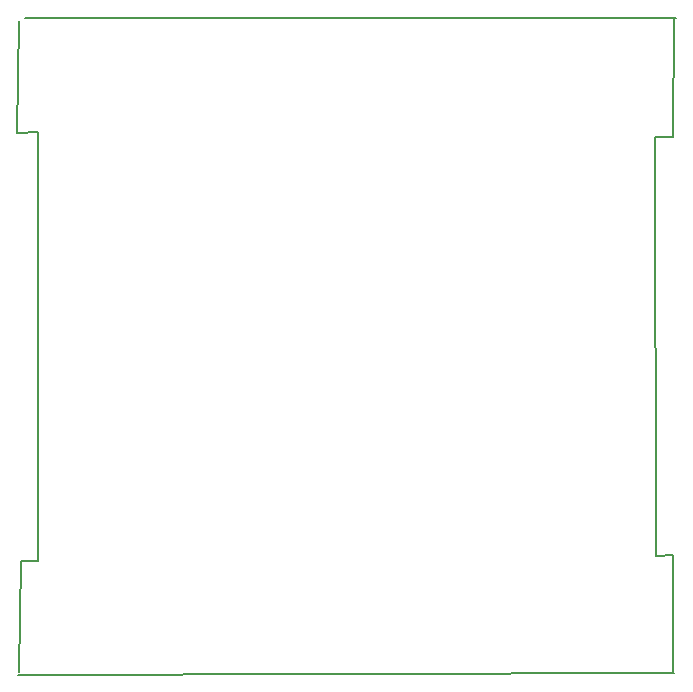
<source format=gbr>
G04 #@! TF.FileFunction,Profile,NP*
%FSLAX46Y46*%
G04 Gerber Fmt 4.6, Leading zero omitted, Abs format (unit mm)*
G04 Created by KiCad (PCBNEW 4.0.6) date 05/07/17 20:58:39*
%MOMM*%
%LPD*%
G01*
G04 APERTURE LIST*
%ADD10C,0.100000*%
%ADD11C,0.150000*%
G04 APERTURE END LIST*
D10*
D11*
X151261900Y-129810500D02*
X206764100Y-129657500D01*
X152931100Y-120227100D02*
X151452900Y-120171900D01*
X151188700Y-83970700D02*
X152931100Y-83890100D01*
X206797700Y-74293700D02*
X206692700Y-84285700D01*
X206692700Y-84285700D02*
X205189100Y-84311100D01*
X205189100Y-84311100D02*
X205294100Y-119804100D01*
X205294100Y-119804100D02*
X206696100Y-119699100D01*
X206696100Y-119699100D02*
X206696100Y-129564100D01*
X151347900Y-129614900D02*
X151452900Y-120171900D01*
X152931100Y-120227100D02*
X152931100Y-83890100D01*
X151188700Y-83970700D02*
X151293700Y-74504700D01*
X151952100Y-74184100D02*
X206952100Y-74184100D01*
X206843100Y-74184100D02*
X151843100Y-74184100D01*
M02*

</source>
